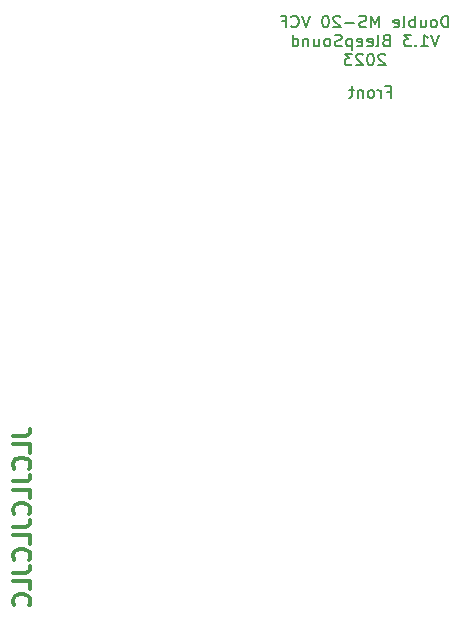
<source format=gbo>
G04 #@! TF.GenerationSoftware,KiCad,Pcbnew,7.0.7-7.0.7~ubuntu22.04.1*
G04 #@! TF.CreationDate,2023-09-23T22:53:49+02:00*
G04 #@! TF.ProjectId,MS20-VCF,4d533230-2d56-4434-962e-6b696361645f,rev?*
G04 #@! TF.SameCoordinates,Original*
G04 #@! TF.FileFunction,Legend,Bot*
G04 #@! TF.FilePolarity,Positive*
%FSLAX46Y46*%
G04 Gerber Fmt 4.6, Leading zero omitted, Abs format (unit mm)*
G04 Created by KiCad (PCBNEW 7.0.7-7.0.7~ubuntu22.04.1) date 2023-09-23 22:53:49*
%MOMM*%
%LPD*%
G01*
G04 APERTURE LIST*
%ADD10C,0.150000*%
%ADD11C,0.300000*%
%ADD12C,0.100000*%
%ADD13O,6.700000X4.200000*%
G04 APERTURE END LIST*
D10*
X215047619Y-31494819D02*
X215047619Y-30494819D01*
X215047619Y-30494819D02*
X214809524Y-30494819D01*
X214809524Y-30494819D02*
X214666667Y-30542438D01*
X214666667Y-30542438D02*
X214571429Y-30637676D01*
X214571429Y-30637676D02*
X214523810Y-30732914D01*
X214523810Y-30732914D02*
X214476191Y-30923390D01*
X214476191Y-30923390D02*
X214476191Y-31066247D01*
X214476191Y-31066247D02*
X214523810Y-31256723D01*
X214523810Y-31256723D02*
X214571429Y-31351961D01*
X214571429Y-31351961D02*
X214666667Y-31447200D01*
X214666667Y-31447200D02*
X214809524Y-31494819D01*
X214809524Y-31494819D02*
X215047619Y-31494819D01*
X213904762Y-31494819D02*
X214000000Y-31447200D01*
X214000000Y-31447200D02*
X214047619Y-31399580D01*
X214047619Y-31399580D02*
X214095238Y-31304342D01*
X214095238Y-31304342D02*
X214095238Y-31018628D01*
X214095238Y-31018628D02*
X214047619Y-30923390D01*
X214047619Y-30923390D02*
X214000000Y-30875771D01*
X214000000Y-30875771D02*
X213904762Y-30828152D01*
X213904762Y-30828152D02*
X213761905Y-30828152D01*
X213761905Y-30828152D02*
X213666667Y-30875771D01*
X213666667Y-30875771D02*
X213619048Y-30923390D01*
X213619048Y-30923390D02*
X213571429Y-31018628D01*
X213571429Y-31018628D02*
X213571429Y-31304342D01*
X213571429Y-31304342D02*
X213619048Y-31399580D01*
X213619048Y-31399580D02*
X213666667Y-31447200D01*
X213666667Y-31447200D02*
X213761905Y-31494819D01*
X213761905Y-31494819D02*
X213904762Y-31494819D01*
X212714286Y-30828152D02*
X212714286Y-31494819D01*
X213142857Y-30828152D02*
X213142857Y-31351961D01*
X213142857Y-31351961D02*
X213095238Y-31447200D01*
X213095238Y-31447200D02*
X213000000Y-31494819D01*
X213000000Y-31494819D02*
X212857143Y-31494819D01*
X212857143Y-31494819D02*
X212761905Y-31447200D01*
X212761905Y-31447200D02*
X212714286Y-31399580D01*
X212238095Y-31494819D02*
X212238095Y-30494819D01*
X212238095Y-30875771D02*
X212142857Y-30828152D01*
X212142857Y-30828152D02*
X211952381Y-30828152D01*
X211952381Y-30828152D02*
X211857143Y-30875771D01*
X211857143Y-30875771D02*
X211809524Y-30923390D01*
X211809524Y-30923390D02*
X211761905Y-31018628D01*
X211761905Y-31018628D02*
X211761905Y-31304342D01*
X211761905Y-31304342D02*
X211809524Y-31399580D01*
X211809524Y-31399580D02*
X211857143Y-31447200D01*
X211857143Y-31447200D02*
X211952381Y-31494819D01*
X211952381Y-31494819D02*
X212142857Y-31494819D01*
X212142857Y-31494819D02*
X212238095Y-31447200D01*
X211190476Y-31494819D02*
X211285714Y-31447200D01*
X211285714Y-31447200D02*
X211333333Y-31351961D01*
X211333333Y-31351961D02*
X211333333Y-30494819D01*
X210428571Y-31447200D02*
X210523809Y-31494819D01*
X210523809Y-31494819D02*
X210714285Y-31494819D01*
X210714285Y-31494819D02*
X210809523Y-31447200D01*
X210809523Y-31447200D02*
X210857142Y-31351961D01*
X210857142Y-31351961D02*
X210857142Y-30971009D01*
X210857142Y-30971009D02*
X210809523Y-30875771D01*
X210809523Y-30875771D02*
X210714285Y-30828152D01*
X210714285Y-30828152D02*
X210523809Y-30828152D01*
X210523809Y-30828152D02*
X210428571Y-30875771D01*
X210428571Y-30875771D02*
X210380952Y-30971009D01*
X210380952Y-30971009D02*
X210380952Y-31066247D01*
X210380952Y-31066247D02*
X210857142Y-31161485D01*
X209190475Y-31494819D02*
X209190475Y-30494819D01*
X209190475Y-30494819D02*
X208857142Y-31209104D01*
X208857142Y-31209104D02*
X208523809Y-30494819D01*
X208523809Y-30494819D02*
X208523809Y-31494819D01*
X208095237Y-31447200D02*
X207952380Y-31494819D01*
X207952380Y-31494819D02*
X207714285Y-31494819D01*
X207714285Y-31494819D02*
X207619047Y-31447200D01*
X207619047Y-31447200D02*
X207571428Y-31399580D01*
X207571428Y-31399580D02*
X207523809Y-31304342D01*
X207523809Y-31304342D02*
X207523809Y-31209104D01*
X207523809Y-31209104D02*
X207571428Y-31113866D01*
X207571428Y-31113866D02*
X207619047Y-31066247D01*
X207619047Y-31066247D02*
X207714285Y-31018628D01*
X207714285Y-31018628D02*
X207904761Y-30971009D01*
X207904761Y-30971009D02*
X207999999Y-30923390D01*
X207999999Y-30923390D02*
X208047618Y-30875771D01*
X208047618Y-30875771D02*
X208095237Y-30780533D01*
X208095237Y-30780533D02*
X208095237Y-30685295D01*
X208095237Y-30685295D02*
X208047618Y-30590057D01*
X208047618Y-30590057D02*
X207999999Y-30542438D01*
X207999999Y-30542438D02*
X207904761Y-30494819D01*
X207904761Y-30494819D02*
X207666666Y-30494819D01*
X207666666Y-30494819D02*
X207523809Y-30542438D01*
X207095237Y-31113866D02*
X206333333Y-31113866D01*
X205904761Y-30590057D02*
X205857142Y-30542438D01*
X205857142Y-30542438D02*
X205761904Y-30494819D01*
X205761904Y-30494819D02*
X205523809Y-30494819D01*
X205523809Y-30494819D02*
X205428571Y-30542438D01*
X205428571Y-30542438D02*
X205380952Y-30590057D01*
X205380952Y-30590057D02*
X205333333Y-30685295D01*
X205333333Y-30685295D02*
X205333333Y-30780533D01*
X205333333Y-30780533D02*
X205380952Y-30923390D01*
X205380952Y-30923390D02*
X205952380Y-31494819D01*
X205952380Y-31494819D02*
X205333333Y-31494819D01*
X204714285Y-30494819D02*
X204619047Y-30494819D01*
X204619047Y-30494819D02*
X204523809Y-30542438D01*
X204523809Y-30542438D02*
X204476190Y-30590057D01*
X204476190Y-30590057D02*
X204428571Y-30685295D01*
X204428571Y-30685295D02*
X204380952Y-30875771D01*
X204380952Y-30875771D02*
X204380952Y-31113866D01*
X204380952Y-31113866D02*
X204428571Y-31304342D01*
X204428571Y-31304342D02*
X204476190Y-31399580D01*
X204476190Y-31399580D02*
X204523809Y-31447200D01*
X204523809Y-31447200D02*
X204619047Y-31494819D01*
X204619047Y-31494819D02*
X204714285Y-31494819D01*
X204714285Y-31494819D02*
X204809523Y-31447200D01*
X204809523Y-31447200D02*
X204857142Y-31399580D01*
X204857142Y-31399580D02*
X204904761Y-31304342D01*
X204904761Y-31304342D02*
X204952380Y-31113866D01*
X204952380Y-31113866D02*
X204952380Y-30875771D01*
X204952380Y-30875771D02*
X204904761Y-30685295D01*
X204904761Y-30685295D02*
X204857142Y-30590057D01*
X204857142Y-30590057D02*
X204809523Y-30542438D01*
X204809523Y-30542438D02*
X204714285Y-30494819D01*
X203333332Y-30494819D02*
X202999999Y-31494819D01*
X202999999Y-31494819D02*
X202666666Y-30494819D01*
X201761904Y-31399580D02*
X201809523Y-31447200D01*
X201809523Y-31447200D02*
X201952380Y-31494819D01*
X201952380Y-31494819D02*
X202047618Y-31494819D01*
X202047618Y-31494819D02*
X202190475Y-31447200D01*
X202190475Y-31447200D02*
X202285713Y-31351961D01*
X202285713Y-31351961D02*
X202333332Y-31256723D01*
X202333332Y-31256723D02*
X202380951Y-31066247D01*
X202380951Y-31066247D02*
X202380951Y-30923390D01*
X202380951Y-30923390D02*
X202333332Y-30732914D01*
X202333332Y-30732914D02*
X202285713Y-30637676D01*
X202285713Y-30637676D02*
X202190475Y-30542438D01*
X202190475Y-30542438D02*
X202047618Y-30494819D01*
X202047618Y-30494819D02*
X201952380Y-30494819D01*
X201952380Y-30494819D02*
X201809523Y-30542438D01*
X201809523Y-30542438D02*
X201761904Y-30590057D01*
X200999999Y-30971009D02*
X201333332Y-30971009D01*
X201333332Y-31494819D02*
X201333332Y-30494819D01*
X201333332Y-30494819D02*
X200857142Y-30494819D01*
X214261904Y-32104819D02*
X213928571Y-33104819D01*
X213928571Y-33104819D02*
X213595238Y-32104819D01*
X212738095Y-33104819D02*
X213309523Y-33104819D01*
X213023809Y-33104819D02*
X213023809Y-32104819D01*
X213023809Y-32104819D02*
X213119047Y-32247676D01*
X213119047Y-32247676D02*
X213214285Y-32342914D01*
X213214285Y-32342914D02*
X213309523Y-32390533D01*
X212309523Y-33009580D02*
X212261904Y-33057200D01*
X212261904Y-33057200D02*
X212309523Y-33104819D01*
X212309523Y-33104819D02*
X212357142Y-33057200D01*
X212357142Y-33057200D02*
X212309523Y-33009580D01*
X212309523Y-33009580D02*
X212309523Y-33104819D01*
X211928571Y-32104819D02*
X211309524Y-32104819D01*
X211309524Y-32104819D02*
X211642857Y-32485771D01*
X211642857Y-32485771D02*
X211500000Y-32485771D01*
X211500000Y-32485771D02*
X211404762Y-32533390D01*
X211404762Y-32533390D02*
X211357143Y-32581009D01*
X211357143Y-32581009D02*
X211309524Y-32676247D01*
X211309524Y-32676247D02*
X211309524Y-32914342D01*
X211309524Y-32914342D02*
X211357143Y-33009580D01*
X211357143Y-33009580D02*
X211404762Y-33057200D01*
X211404762Y-33057200D02*
X211500000Y-33104819D01*
X211500000Y-33104819D02*
X211785714Y-33104819D01*
X211785714Y-33104819D02*
X211880952Y-33057200D01*
X211880952Y-33057200D02*
X211928571Y-33009580D01*
X209785714Y-32581009D02*
X209642857Y-32628628D01*
X209642857Y-32628628D02*
X209595238Y-32676247D01*
X209595238Y-32676247D02*
X209547619Y-32771485D01*
X209547619Y-32771485D02*
X209547619Y-32914342D01*
X209547619Y-32914342D02*
X209595238Y-33009580D01*
X209595238Y-33009580D02*
X209642857Y-33057200D01*
X209642857Y-33057200D02*
X209738095Y-33104819D01*
X209738095Y-33104819D02*
X210119047Y-33104819D01*
X210119047Y-33104819D02*
X210119047Y-32104819D01*
X210119047Y-32104819D02*
X209785714Y-32104819D01*
X209785714Y-32104819D02*
X209690476Y-32152438D01*
X209690476Y-32152438D02*
X209642857Y-32200057D01*
X209642857Y-32200057D02*
X209595238Y-32295295D01*
X209595238Y-32295295D02*
X209595238Y-32390533D01*
X209595238Y-32390533D02*
X209642857Y-32485771D01*
X209642857Y-32485771D02*
X209690476Y-32533390D01*
X209690476Y-32533390D02*
X209785714Y-32581009D01*
X209785714Y-32581009D02*
X210119047Y-32581009D01*
X208976190Y-33104819D02*
X209071428Y-33057200D01*
X209071428Y-33057200D02*
X209119047Y-32961961D01*
X209119047Y-32961961D02*
X209119047Y-32104819D01*
X208214285Y-33057200D02*
X208309523Y-33104819D01*
X208309523Y-33104819D02*
X208499999Y-33104819D01*
X208499999Y-33104819D02*
X208595237Y-33057200D01*
X208595237Y-33057200D02*
X208642856Y-32961961D01*
X208642856Y-32961961D02*
X208642856Y-32581009D01*
X208642856Y-32581009D02*
X208595237Y-32485771D01*
X208595237Y-32485771D02*
X208499999Y-32438152D01*
X208499999Y-32438152D02*
X208309523Y-32438152D01*
X208309523Y-32438152D02*
X208214285Y-32485771D01*
X208214285Y-32485771D02*
X208166666Y-32581009D01*
X208166666Y-32581009D02*
X208166666Y-32676247D01*
X208166666Y-32676247D02*
X208642856Y-32771485D01*
X207357142Y-33057200D02*
X207452380Y-33104819D01*
X207452380Y-33104819D02*
X207642856Y-33104819D01*
X207642856Y-33104819D02*
X207738094Y-33057200D01*
X207738094Y-33057200D02*
X207785713Y-32961961D01*
X207785713Y-32961961D02*
X207785713Y-32581009D01*
X207785713Y-32581009D02*
X207738094Y-32485771D01*
X207738094Y-32485771D02*
X207642856Y-32438152D01*
X207642856Y-32438152D02*
X207452380Y-32438152D01*
X207452380Y-32438152D02*
X207357142Y-32485771D01*
X207357142Y-32485771D02*
X207309523Y-32581009D01*
X207309523Y-32581009D02*
X207309523Y-32676247D01*
X207309523Y-32676247D02*
X207785713Y-32771485D01*
X206880951Y-32438152D02*
X206880951Y-33438152D01*
X206880951Y-32485771D02*
X206785713Y-32438152D01*
X206785713Y-32438152D02*
X206595237Y-32438152D01*
X206595237Y-32438152D02*
X206499999Y-32485771D01*
X206499999Y-32485771D02*
X206452380Y-32533390D01*
X206452380Y-32533390D02*
X206404761Y-32628628D01*
X206404761Y-32628628D02*
X206404761Y-32914342D01*
X206404761Y-32914342D02*
X206452380Y-33009580D01*
X206452380Y-33009580D02*
X206499999Y-33057200D01*
X206499999Y-33057200D02*
X206595237Y-33104819D01*
X206595237Y-33104819D02*
X206785713Y-33104819D01*
X206785713Y-33104819D02*
X206880951Y-33057200D01*
X206023808Y-33057200D02*
X205880951Y-33104819D01*
X205880951Y-33104819D02*
X205642856Y-33104819D01*
X205642856Y-33104819D02*
X205547618Y-33057200D01*
X205547618Y-33057200D02*
X205499999Y-33009580D01*
X205499999Y-33009580D02*
X205452380Y-32914342D01*
X205452380Y-32914342D02*
X205452380Y-32819104D01*
X205452380Y-32819104D02*
X205499999Y-32723866D01*
X205499999Y-32723866D02*
X205547618Y-32676247D01*
X205547618Y-32676247D02*
X205642856Y-32628628D01*
X205642856Y-32628628D02*
X205833332Y-32581009D01*
X205833332Y-32581009D02*
X205928570Y-32533390D01*
X205928570Y-32533390D02*
X205976189Y-32485771D01*
X205976189Y-32485771D02*
X206023808Y-32390533D01*
X206023808Y-32390533D02*
X206023808Y-32295295D01*
X206023808Y-32295295D02*
X205976189Y-32200057D01*
X205976189Y-32200057D02*
X205928570Y-32152438D01*
X205928570Y-32152438D02*
X205833332Y-32104819D01*
X205833332Y-32104819D02*
X205595237Y-32104819D01*
X205595237Y-32104819D02*
X205452380Y-32152438D01*
X204880951Y-33104819D02*
X204976189Y-33057200D01*
X204976189Y-33057200D02*
X205023808Y-33009580D01*
X205023808Y-33009580D02*
X205071427Y-32914342D01*
X205071427Y-32914342D02*
X205071427Y-32628628D01*
X205071427Y-32628628D02*
X205023808Y-32533390D01*
X205023808Y-32533390D02*
X204976189Y-32485771D01*
X204976189Y-32485771D02*
X204880951Y-32438152D01*
X204880951Y-32438152D02*
X204738094Y-32438152D01*
X204738094Y-32438152D02*
X204642856Y-32485771D01*
X204642856Y-32485771D02*
X204595237Y-32533390D01*
X204595237Y-32533390D02*
X204547618Y-32628628D01*
X204547618Y-32628628D02*
X204547618Y-32914342D01*
X204547618Y-32914342D02*
X204595237Y-33009580D01*
X204595237Y-33009580D02*
X204642856Y-33057200D01*
X204642856Y-33057200D02*
X204738094Y-33104819D01*
X204738094Y-33104819D02*
X204880951Y-33104819D01*
X203690475Y-32438152D02*
X203690475Y-33104819D01*
X204119046Y-32438152D02*
X204119046Y-32961961D01*
X204119046Y-32961961D02*
X204071427Y-33057200D01*
X204071427Y-33057200D02*
X203976189Y-33104819D01*
X203976189Y-33104819D02*
X203833332Y-33104819D01*
X203833332Y-33104819D02*
X203738094Y-33057200D01*
X203738094Y-33057200D02*
X203690475Y-33009580D01*
X203214284Y-32438152D02*
X203214284Y-33104819D01*
X203214284Y-32533390D02*
X203166665Y-32485771D01*
X203166665Y-32485771D02*
X203071427Y-32438152D01*
X203071427Y-32438152D02*
X202928570Y-32438152D01*
X202928570Y-32438152D02*
X202833332Y-32485771D01*
X202833332Y-32485771D02*
X202785713Y-32581009D01*
X202785713Y-32581009D02*
X202785713Y-33104819D01*
X201880951Y-33104819D02*
X201880951Y-32104819D01*
X201880951Y-33057200D02*
X201976189Y-33104819D01*
X201976189Y-33104819D02*
X202166665Y-33104819D01*
X202166665Y-33104819D02*
X202261903Y-33057200D01*
X202261903Y-33057200D02*
X202309522Y-33009580D01*
X202309522Y-33009580D02*
X202357141Y-32914342D01*
X202357141Y-32914342D02*
X202357141Y-32628628D01*
X202357141Y-32628628D02*
X202309522Y-32533390D01*
X202309522Y-32533390D02*
X202261903Y-32485771D01*
X202261903Y-32485771D02*
X202166665Y-32438152D01*
X202166665Y-32438152D02*
X201976189Y-32438152D01*
X201976189Y-32438152D02*
X201880951Y-32485771D01*
X209714285Y-33810057D02*
X209666666Y-33762438D01*
X209666666Y-33762438D02*
X209571428Y-33714819D01*
X209571428Y-33714819D02*
X209333333Y-33714819D01*
X209333333Y-33714819D02*
X209238095Y-33762438D01*
X209238095Y-33762438D02*
X209190476Y-33810057D01*
X209190476Y-33810057D02*
X209142857Y-33905295D01*
X209142857Y-33905295D02*
X209142857Y-34000533D01*
X209142857Y-34000533D02*
X209190476Y-34143390D01*
X209190476Y-34143390D02*
X209761904Y-34714819D01*
X209761904Y-34714819D02*
X209142857Y-34714819D01*
X208523809Y-33714819D02*
X208428571Y-33714819D01*
X208428571Y-33714819D02*
X208333333Y-33762438D01*
X208333333Y-33762438D02*
X208285714Y-33810057D01*
X208285714Y-33810057D02*
X208238095Y-33905295D01*
X208238095Y-33905295D02*
X208190476Y-34095771D01*
X208190476Y-34095771D02*
X208190476Y-34333866D01*
X208190476Y-34333866D02*
X208238095Y-34524342D01*
X208238095Y-34524342D02*
X208285714Y-34619580D01*
X208285714Y-34619580D02*
X208333333Y-34667200D01*
X208333333Y-34667200D02*
X208428571Y-34714819D01*
X208428571Y-34714819D02*
X208523809Y-34714819D01*
X208523809Y-34714819D02*
X208619047Y-34667200D01*
X208619047Y-34667200D02*
X208666666Y-34619580D01*
X208666666Y-34619580D02*
X208714285Y-34524342D01*
X208714285Y-34524342D02*
X208761904Y-34333866D01*
X208761904Y-34333866D02*
X208761904Y-34095771D01*
X208761904Y-34095771D02*
X208714285Y-33905295D01*
X208714285Y-33905295D02*
X208666666Y-33810057D01*
X208666666Y-33810057D02*
X208619047Y-33762438D01*
X208619047Y-33762438D02*
X208523809Y-33714819D01*
X207809523Y-33810057D02*
X207761904Y-33762438D01*
X207761904Y-33762438D02*
X207666666Y-33714819D01*
X207666666Y-33714819D02*
X207428571Y-33714819D01*
X207428571Y-33714819D02*
X207333333Y-33762438D01*
X207333333Y-33762438D02*
X207285714Y-33810057D01*
X207285714Y-33810057D02*
X207238095Y-33905295D01*
X207238095Y-33905295D02*
X207238095Y-34000533D01*
X207238095Y-34000533D02*
X207285714Y-34143390D01*
X207285714Y-34143390D02*
X207857142Y-34714819D01*
X207857142Y-34714819D02*
X207238095Y-34714819D01*
X206904761Y-33714819D02*
X206285714Y-33714819D01*
X206285714Y-33714819D02*
X206619047Y-34095771D01*
X206619047Y-34095771D02*
X206476190Y-34095771D01*
X206476190Y-34095771D02*
X206380952Y-34143390D01*
X206380952Y-34143390D02*
X206333333Y-34191009D01*
X206333333Y-34191009D02*
X206285714Y-34286247D01*
X206285714Y-34286247D02*
X206285714Y-34524342D01*
X206285714Y-34524342D02*
X206333333Y-34619580D01*
X206333333Y-34619580D02*
X206380952Y-34667200D01*
X206380952Y-34667200D02*
X206476190Y-34714819D01*
X206476190Y-34714819D02*
X206761904Y-34714819D01*
X206761904Y-34714819D02*
X206857142Y-34667200D01*
X206857142Y-34667200D02*
X206904761Y-34619580D01*
X209857143Y-36931009D02*
X210190476Y-36931009D01*
X210190476Y-37454819D02*
X210190476Y-36454819D01*
X210190476Y-36454819D02*
X209714286Y-36454819D01*
X209333333Y-37454819D02*
X209333333Y-36788152D01*
X209333333Y-36978628D02*
X209285714Y-36883390D01*
X209285714Y-36883390D02*
X209238095Y-36835771D01*
X209238095Y-36835771D02*
X209142857Y-36788152D01*
X209142857Y-36788152D02*
X209047619Y-36788152D01*
X208571428Y-37454819D02*
X208666666Y-37407200D01*
X208666666Y-37407200D02*
X208714285Y-37359580D01*
X208714285Y-37359580D02*
X208761904Y-37264342D01*
X208761904Y-37264342D02*
X208761904Y-36978628D01*
X208761904Y-36978628D02*
X208714285Y-36883390D01*
X208714285Y-36883390D02*
X208666666Y-36835771D01*
X208666666Y-36835771D02*
X208571428Y-36788152D01*
X208571428Y-36788152D02*
X208428571Y-36788152D01*
X208428571Y-36788152D02*
X208333333Y-36835771D01*
X208333333Y-36835771D02*
X208285714Y-36883390D01*
X208285714Y-36883390D02*
X208238095Y-36978628D01*
X208238095Y-36978628D02*
X208238095Y-37264342D01*
X208238095Y-37264342D02*
X208285714Y-37359580D01*
X208285714Y-37359580D02*
X208333333Y-37407200D01*
X208333333Y-37407200D02*
X208428571Y-37454819D01*
X208428571Y-37454819D02*
X208571428Y-37454819D01*
X207809523Y-36788152D02*
X207809523Y-37454819D01*
X207809523Y-36883390D02*
X207761904Y-36835771D01*
X207761904Y-36835771D02*
X207666666Y-36788152D01*
X207666666Y-36788152D02*
X207523809Y-36788152D01*
X207523809Y-36788152D02*
X207428571Y-36835771D01*
X207428571Y-36835771D02*
X207380952Y-36931009D01*
X207380952Y-36931009D02*
X207380952Y-37454819D01*
X207047618Y-36788152D02*
X206666666Y-36788152D01*
X206904761Y-36454819D02*
X206904761Y-37311961D01*
X206904761Y-37311961D02*
X206857142Y-37407200D01*
X206857142Y-37407200D02*
X206761904Y-37454819D01*
X206761904Y-37454819D02*
X206666666Y-37454819D01*
D11*
X178178328Y-66071428D02*
X179249757Y-66071428D01*
X179249757Y-66071428D02*
X179464042Y-65999999D01*
X179464042Y-65999999D02*
X179606900Y-65857142D01*
X179606900Y-65857142D02*
X179678328Y-65642856D01*
X179678328Y-65642856D02*
X179678328Y-65499999D01*
X179678328Y-67499999D02*
X179678328Y-66785713D01*
X179678328Y-66785713D02*
X178178328Y-66785713D01*
X179535471Y-68857142D02*
X179606900Y-68785714D01*
X179606900Y-68785714D02*
X179678328Y-68571428D01*
X179678328Y-68571428D02*
X179678328Y-68428571D01*
X179678328Y-68428571D02*
X179606900Y-68214285D01*
X179606900Y-68214285D02*
X179464042Y-68071428D01*
X179464042Y-68071428D02*
X179321185Y-67999999D01*
X179321185Y-67999999D02*
X179035471Y-67928571D01*
X179035471Y-67928571D02*
X178821185Y-67928571D01*
X178821185Y-67928571D02*
X178535471Y-67999999D01*
X178535471Y-67999999D02*
X178392614Y-68071428D01*
X178392614Y-68071428D02*
X178249757Y-68214285D01*
X178249757Y-68214285D02*
X178178328Y-68428571D01*
X178178328Y-68428571D02*
X178178328Y-68571428D01*
X178178328Y-68571428D02*
X178249757Y-68785714D01*
X178249757Y-68785714D02*
X178321185Y-68857142D01*
X178178328Y-69928571D02*
X179249757Y-69928571D01*
X179249757Y-69928571D02*
X179464042Y-69857142D01*
X179464042Y-69857142D02*
X179606900Y-69714285D01*
X179606900Y-69714285D02*
X179678328Y-69499999D01*
X179678328Y-69499999D02*
X179678328Y-69357142D01*
X179678328Y-71357142D02*
X179678328Y-70642856D01*
X179678328Y-70642856D02*
X178178328Y-70642856D01*
X179535471Y-72714285D02*
X179606900Y-72642857D01*
X179606900Y-72642857D02*
X179678328Y-72428571D01*
X179678328Y-72428571D02*
X179678328Y-72285714D01*
X179678328Y-72285714D02*
X179606900Y-72071428D01*
X179606900Y-72071428D02*
X179464042Y-71928571D01*
X179464042Y-71928571D02*
X179321185Y-71857142D01*
X179321185Y-71857142D02*
X179035471Y-71785714D01*
X179035471Y-71785714D02*
X178821185Y-71785714D01*
X178821185Y-71785714D02*
X178535471Y-71857142D01*
X178535471Y-71857142D02*
X178392614Y-71928571D01*
X178392614Y-71928571D02*
X178249757Y-72071428D01*
X178249757Y-72071428D02*
X178178328Y-72285714D01*
X178178328Y-72285714D02*
X178178328Y-72428571D01*
X178178328Y-72428571D02*
X178249757Y-72642857D01*
X178249757Y-72642857D02*
X178321185Y-72714285D01*
X178178328Y-73785714D02*
X179249757Y-73785714D01*
X179249757Y-73785714D02*
X179464042Y-73714285D01*
X179464042Y-73714285D02*
X179606900Y-73571428D01*
X179606900Y-73571428D02*
X179678328Y-73357142D01*
X179678328Y-73357142D02*
X179678328Y-73214285D01*
X179678328Y-75214285D02*
X179678328Y-74499999D01*
X179678328Y-74499999D02*
X178178328Y-74499999D01*
X179535471Y-76571428D02*
X179606900Y-76500000D01*
X179606900Y-76500000D02*
X179678328Y-76285714D01*
X179678328Y-76285714D02*
X179678328Y-76142857D01*
X179678328Y-76142857D02*
X179606900Y-75928571D01*
X179606900Y-75928571D02*
X179464042Y-75785714D01*
X179464042Y-75785714D02*
X179321185Y-75714285D01*
X179321185Y-75714285D02*
X179035471Y-75642857D01*
X179035471Y-75642857D02*
X178821185Y-75642857D01*
X178821185Y-75642857D02*
X178535471Y-75714285D01*
X178535471Y-75714285D02*
X178392614Y-75785714D01*
X178392614Y-75785714D02*
X178249757Y-75928571D01*
X178249757Y-75928571D02*
X178178328Y-76142857D01*
X178178328Y-76142857D02*
X178178328Y-76285714D01*
X178178328Y-76285714D02*
X178249757Y-76500000D01*
X178249757Y-76500000D02*
X178321185Y-76571428D01*
X178178328Y-77642857D02*
X179249757Y-77642857D01*
X179249757Y-77642857D02*
X179464042Y-77571428D01*
X179464042Y-77571428D02*
X179606900Y-77428571D01*
X179606900Y-77428571D02*
X179678328Y-77214285D01*
X179678328Y-77214285D02*
X179678328Y-77071428D01*
X179678328Y-79071428D02*
X179678328Y-78357142D01*
X179678328Y-78357142D02*
X178178328Y-78357142D01*
X179535471Y-80428571D02*
X179606900Y-80357143D01*
X179606900Y-80357143D02*
X179678328Y-80142857D01*
X179678328Y-80142857D02*
X179678328Y-80000000D01*
X179678328Y-80000000D02*
X179606900Y-79785714D01*
X179606900Y-79785714D02*
X179464042Y-79642857D01*
X179464042Y-79642857D02*
X179321185Y-79571428D01*
X179321185Y-79571428D02*
X179035471Y-79500000D01*
X179035471Y-79500000D02*
X178821185Y-79500000D01*
X178821185Y-79500000D02*
X178535471Y-79571428D01*
X178535471Y-79571428D02*
X178392614Y-79642857D01*
X178392614Y-79642857D02*
X178249757Y-79785714D01*
X178249757Y-79785714D02*
X178178328Y-80000000D01*
X178178328Y-80000000D02*
X178178328Y-80142857D01*
X178178328Y-80142857D02*
X178249757Y-80357143D01*
X178249757Y-80357143D02*
X178321185Y-80428571D01*
%LPC*%
D12*
X231500000Y-89000000D02*
X226500000Y-89000000D01*
X226500000Y-84000000D01*
X231500000Y-84000000D01*
X231500000Y-89000000D01*
G36*
X231500000Y-89000000D02*
G01*
X226500000Y-89000000D01*
X226500000Y-84000000D01*
X231500000Y-84000000D01*
X231500000Y-89000000D01*
G37*
D13*
X186000000Y-30000000D03*
X228000000Y-30000000D03*
X228000000Y-152500000D03*
X186000000Y-152500000D03*
%LPD*%
M02*

</source>
